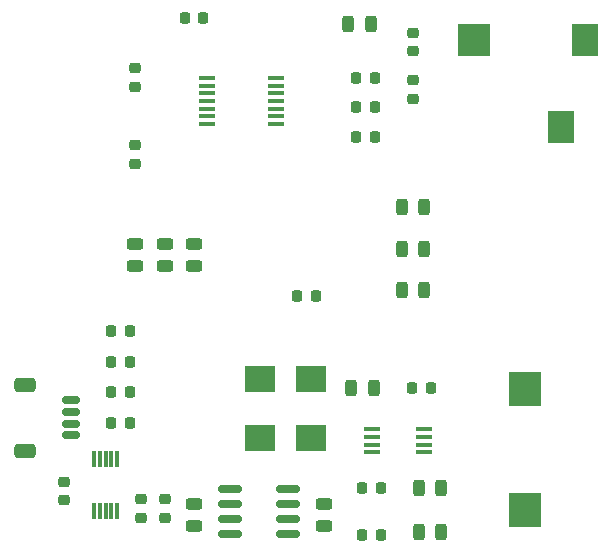
<source format=gtp>
G04 #@! TF.GenerationSoftware,KiCad,Pcbnew,(5.99.0-6951-g72beaf1538)*
G04 #@! TF.CreationDate,2020-12-20T08:42:52+11:00*
G04 #@! TF.ProjectId,Tph_Synth_Featherwing,5470685f-5379-46e7-9468-5f4665617468,rev?*
G04 #@! TF.SameCoordinates,Original*
G04 #@! TF.FileFunction,Paste,Top*
G04 #@! TF.FilePolarity,Positive*
%FSLAX46Y46*%
G04 Gerber Fmt 4.6, Leading zero omitted, Abs format (unit mm)*
G04 Created by KiCad (PCBNEW (5.99.0-6951-g72beaf1538)) date 2020-12-20 08:42:52*
%MOMM*%
%LPD*%
G01*
G04 APERTURE LIST*
G04 Aperture macros list*
%AMRoundRect*
0 Rectangle with rounded corners*
0 $1 Rounding radius*
0 $2 $3 $4 $5 $6 $7 $8 $9 X,Y pos of 4 corners*
0 Add a 4 corners polygon primitive as box body*
4,1,4,$2,$3,$4,$5,$6,$7,$8,$9,$2,$3,0*
0 Add four circle primitives for the rounded corners*
1,1,$1+$1,$2,$3,0*
1,1,$1+$1,$4,$5,0*
1,1,$1+$1,$6,$7,0*
1,1,$1+$1,$8,$9,0*
0 Add four rect primitives between the rounded corners*
20,1,$1+$1,$2,$3,$4,$5,0*
20,1,$1+$1,$4,$5,$6,$7,0*
20,1,$1+$1,$6,$7,$8,$9,0*
20,1,$1+$1,$8,$9,$2,$3,0*%
G04 Aperture macros list end*
%ADD10R,2.800000X3.000000*%
%ADD11RoundRect,0.243750X-0.243750X-0.456250X0.243750X-0.456250X0.243750X0.456250X-0.243750X0.456250X0*%
%ADD12RoundRect,0.218750X-0.218750X-0.256250X0.218750X-0.256250X0.218750X0.256250X-0.218750X0.256250X0*%
%ADD13RoundRect,0.218750X0.218750X0.256250X-0.218750X0.256250X-0.218750X-0.256250X0.218750X-0.256250X0*%
%ADD14RoundRect,0.218750X-0.256250X0.218750X-0.256250X-0.218750X0.256250X-0.218750X0.256250X0.218750X0*%
%ADD15RoundRect,0.218750X0.256250X-0.218750X0.256250X0.218750X-0.256250X0.218750X-0.256250X-0.218750X0*%
%ADD16R,1.450000X0.450000*%
%ADD17RoundRect,0.150000X-0.825000X-0.150000X0.825000X-0.150000X0.825000X0.150000X-0.825000X0.150000X0*%
%ADD18R,0.300000X1.400000*%
%ADD19R,2.500000X2.300000*%
%ADD20R,2.200000X2.800000*%
%ADD21R,2.800000X2.800000*%
%ADD22RoundRect,0.243750X-0.456250X0.243750X-0.456250X-0.243750X0.456250X-0.243750X0.456250X0.243750X0*%
%ADD23RoundRect,0.243750X0.243750X0.456250X-0.243750X0.456250X-0.243750X-0.456250X0.243750X-0.456250X0*%
%ADD24RoundRect,0.150000X-0.625000X0.150000X-0.625000X-0.150000X0.625000X-0.150000X0.625000X0.150000X0*%
%ADD25RoundRect,0.250000X-0.650000X0.350000X-0.650000X-0.350000X0.650000X-0.350000X0.650000X0.350000X0*%
G04 APERTURE END LIST*
D10*
X130500000Y-130150000D03*
X130500000Y-119850000D03*
D11*
X115562500Y-89000000D03*
X117437500Y-89000000D03*
D12*
X116750500Y-132250000D03*
X118325500Y-132250000D03*
X111212500Y-112000000D03*
X112787500Y-112000000D03*
X116212500Y-96000000D03*
X117787500Y-96000000D03*
D13*
X117787500Y-93500000D03*
X116212500Y-93500000D03*
D12*
X120962500Y-119750000D03*
X122537500Y-119750000D03*
D13*
X118287500Y-128250000D03*
X116712500Y-128250000D03*
X103287500Y-88500000D03*
X101712500Y-88500000D03*
D14*
X97500000Y-92712500D03*
X97500000Y-94287500D03*
D15*
X121000000Y-91287500D03*
X121000000Y-89712500D03*
X121000000Y-95287500D03*
X121000000Y-93712500D03*
X100000000Y-130787500D03*
X100000000Y-129212500D03*
X98000000Y-130787500D03*
X98000000Y-129212500D03*
D14*
X97500000Y-99250500D03*
X97500000Y-100825500D03*
D16*
X103550000Y-93550000D03*
X103550000Y-94200000D03*
X103550000Y-94850000D03*
X103550000Y-95500000D03*
X103550000Y-96150000D03*
X103550000Y-96800000D03*
X103550000Y-97450000D03*
X109450000Y-97450000D03*
X109450000Y-96800000D03*
X109450000Y-96150000D03*
X109450000Y-95500000D03*
X109450000Y-94850000D03*
X109450000Y-94200000D03*
X109450000Y-93550000D03*
D17*
X105525000Y-128345000D03*
X105525000Y-129615000D03*
X105525000Y-130885000D03*
X105525000Y-132155000D03*
X110475000Y-132155000D03*
X110475000Y-130885000D03*
X110475000Y-129615000D03*
X110475000Y-128345000D03*
D16*
X121950000Y-125225000D03*
X121950000Y-124575000D03*
X121950000Y-123925000D03*
X121950000Y-123275000D03*
X117550000Y-123275000D03*
X117550000Y-123925000D03*
X117550000Y-124575000D03*
X117550000Y-125225000D03*
D18*
X94000000Y-130200000D03*
X94500000Y-130200000D03*
X95000000Y-130200000D03*
X95500000Y-130200000D03*
X96000000Y-130200000D03*
X96000000Y-125800000D03*
X95500000Y-125800000D03*
X95000000Y-125800000D03*
X94500000Y-125800000D03*
X94000000Y-125800000D03*
D19*
X108100000Y-119000000D03*
X112400000Y-119000000D03*
X108100000Y-124000000D03*
X112400000Y-124000000D03*
D20*
X133600000Y-97700000D03*
X135600000Y-90300000D03*
D21*
X126200000Y-90300000D03*
D22*
X100000000Y-107562500D03*
X100000000Y-109437500D03*
D23*
X117687500Y-119750000D03*
X115812500Y-119750000D03*
D11*
X121562500Y-132000000D03*
X123437500Y-132000000D03*
X121562500Y-128250000D03*
X123437500Y-128250000D03*
D22*
X102500000Y-129582500D03*
X102500000Y-131457500D03*
X102500000Y-107562500D03*
X102500000Y-109437500D03*
X97500000Y-107562500D03*
X97500000Y-109437500D03*
D23*
X121999500Y-108000000D03*
X120124500Y-108000000D03*
X121937500Y-104500000D03*
X120062500Y-104500000D03*
X121999500Y-111500000D03*
X120124500Y-111500000D03*
D22*
X113500000Y-129582500D03*
X113500000Y-131457500D03*
D13*
X117787500Y-98500000D03*
X116212500Y-98500000D03*
D14*
X91500000Y-127712500D03*
X91500000Y-129287500D03*
D12*
X95462500Y-115000000D03*
X97037500Y-115000000D03*
X95462500Y-117583000D03*
X97037500Y-117583000D03*
X95462500Y-120167000D03*
X97037500Y-120167000D03*
X95462500Y-122750000D03*
X97037500Y-122750000D03*
D24*
X92075000Y-120801000D03*
X92075000Y-121801000D03*
X92075000Y-122801000D03*
X92075000Y-123801000D03*
D25*
X88200000Y-125101000D03*
X88200000Y-119501000D03*
M02*

</source>
